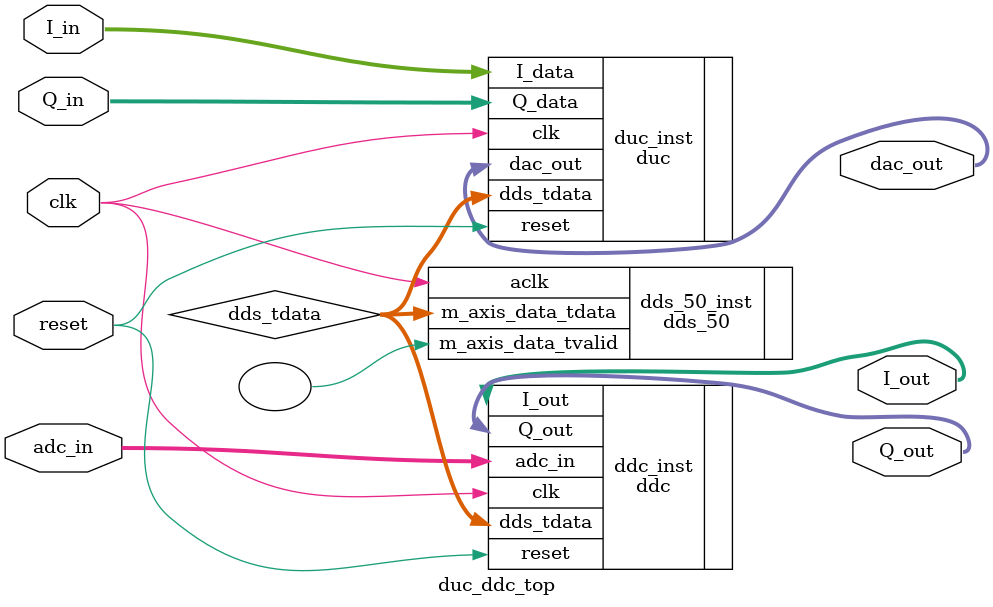
<source format=sv>
module duc_ddc_top #(
    parameter real IF = 50e6,   // Intermediate frequency in Hz.
    parameter real FS = 200e6   // Sample rate in Hz.
)(
    input  logic       clk,
    input  logic       reset,
    //DDC
    input  logic signed [15:0] adc_in,  // ADC input (digitized real signal).
    output logic signed [15:0] I_out,   // Recovered In-phase component.
    output logic signed [15:0] Q_out,   // Recovered Quadrature component.
    //DUC
    input  logic signed [15:0] I_in,    // In-phase component.
    input  logic signed [15:0] Q_in,    // Quadrature component.
    output logic signed [15:0] dac_out  // Real-valued (digitized) output to DAC.
);

  logic signed [15:0] dds_tdata;
  
  dds_50 dds_50_inst (
    .aclk(clk), // input wire aclk
    .m_axis_data_tvalid(),  // output wire m_axis_data_tvalid
    .m_axis_data_tdata(dds_tdata) // output wire [15 : 0] m_axis_data_tdata
  );

  duc #(
    .FS(200e6)
  ) duc_inst (
    .clk      (clk      ),
    .reset    (reset    ),
    .dds_tdata(dds_tdata),
    .I_data   (I_in     ),
    .Q_data   (Q_in     ),
    .dac_out  (dac_out  )
  );

  ddc #(
    .FS(200e6)
  ) ddc_inst (
    .clk      (clk      ),
    .reset    (reset    ),
    .dds_tdata(dds_tdata),
    .adc_in   (adc_in   ),
    .I_out    (I_out    ),
    .Q_out    (Q_out    )
  );

endmodule


</source>
